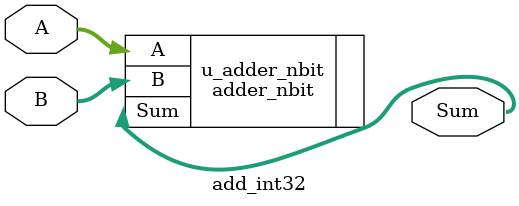
<source format=v>

module add_int32 #(
    parameter WIDTH = 32,
    parameter IMPL_TYPE = 0
)(
    input [WIDTH-1:0] A,
    input [WIDTH-1:0] B,
    output [WIDTH-1:0] Sum
);

    adder_nbit #(
        .WIDTH(WIDTH),
        .IMPL_TYPE(IMPL_TYPE)
    ) u_adder_nbit (
        .A(A),
        .B(B),
        .Sum(Sum)
    );

endmodule

</source>
